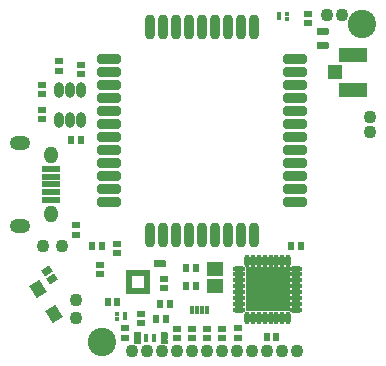
<source format=gts>
G04 Layer_Color=8388736*
%FSLAX44Y44*%
%MOMM*%
G71*
G01*
G75*
%ADD74R,0.8032X0.6032*%
G04:AMPARAMS|DCode=75|XSize=0.6032mm|YSize=0.8032mm|CornerRadius=0mm|HoleSize=0mm|Usage=FLASHONLY|Rotation=302.000|XOffset=0mm|YOffset=0mm|HoleType=Round|Shape=Rectangle|*
%AMROTATEDRECTD75*
4,1,4,-0.5004,0.0430,0.1807,0.4686,0.5004,-0.0430,-0.1807,-0.4686,-0.5004,0.0430,0.0*
%
%ADD75ROTATEDRECTD75*%

G04:AMPARAMS|DCode=76|XSize=1.2032mm|YSize=1.0032mm|CornerRadius=0mm|HoleSize=0mm|Usage=FLASHONLY|Rotation=302.000|XOffset=0mm|YOffset=0mm|HoleType=Round|Shape=Rectangle|*
%AMROTATEDRECTD76*
4,1,4,-0.7442,0.2444,0.1066,0.7760,0.7442,-0.2444,-0.1066,-0.7760,-0.7442,0.2444,0.0*
%
%ADD76ROTATEDRECTD76*%

%ADD77R,0.6032X0.8032*%
%ADD78R,0.5032X0.5282*%
%ADD79R,0.5282X0.5032*%
%ADD80R,0.4532X0.7032*%
%ADD81R,0.4532X0.4032*%
%ADD82R,2.4032X1.2532*%
%ADD83R,1.2532X1.2032*%
G04:AMPARAMS|DCode=84|XSize=2.0032mm|YSize=0.8032mm|CornerRadius=0.2516mm|HoleSize=0mm|Usage=FLASHONLY|Rotation=180.000|XOffset=0mm|YOffset=0mm|HoleType=Round|Shape=RoundedRectangle|*
%AMROUNDEDRECTD84*
21,1,2.0032,0.3000,0,0,180.0*
21,1,1.5000,0.8032,0,0,180.0*
1,1,0.5032,-0.7500,0.1500*
1,1,0.5032,0.7500,0.1500*
1,1,0.5032,0.7500,-0.1500*
1,1,0.5032,-0.7500,-0.1500*
%
%ADD84ROUNDEDRECTD84*%
G04:AMPARAMS|DCode=85|XSize=2.0032mm|YSize=0.8032mm|CornerRadius=0.2516mm|HoleSize=0mm|Usage=FLASHONLY|Rotation=90.000|XOffset=0mm|YOffset=0mm|HoleType=Round|Shape=RoundedRectangle|*
%AMROUNDEDRECTD85*
21,1,2.0032,0.3000,0,0,90.0*
21,1,1.5000,0.8032,0,0,90.0*
1,1,0.5032,0.1500,0.7500*
1,1,0.5032,0.1500,-0.7500*
1,1,0.5032,-0.1500,-0.7500*
1,1,0.5032,-0.1500,0.7500*
%
%ADD85ROUNDEDRECTD85*%
%ADD86R,1.4532X1.2032*%
%ADD87C,0.4232*%
%ADD88O,1.0532X0.4532*%
%ADD89O,0.4532X1.0532*%
%ADD90R,3.7032X3.7032*%
%ADD91R,1.5532X0.6032*%
%ADD92O,0.8032X1.3032*%
%ADD93C,1.1032*%
%ADD94C,2.4032*%
%ADD95O,1.7532X1.2032*%
%ADD96O,1.1532X1.4532*%
G36*
X47233Y23929D02*
X47364Y23903D01*
X47490Y23860D01*
X47609Y23801D01*
X47720Y23727D01*
X47820Y23639D01*
X47908Y23539D01*
X47982Y23428D01*
X48041Y23309D01*
X48084Y23183D01*
X48109Y23052D01*
X48118Y22919D01*
Y20919D01*
X48109Y20786D01*
X48084Y20656D01*
X48041Y20530D01*
X47982Y20410D01*
X47908Y20300D01*
X47820Y20199D01*
X47468Y19848D01*
X47490Y19841D01*
X47609Y19782D01*
X47720Y19708D01*
X47820Y19620D01*
X47908Y19520D01*
X47982Y19409D01*
X48041Y19290D01*
X48084Y19164D01*
X48109Y19033D01*
X48118Y18900D01*
Y14900D01*
X48109Y14767D01*
X48084Y14636D01*
X48041Y14510D01*
X47982Y14391D01*
X47908Y14280D01*
X47820Y14180D01*
X47720Y14092D01*
X47609Y14018D01*
X47490Y13959D01*
X47364Y13916D01*
X47233Y13891D01*
X47100Y13882D01*
X43100D01*
X42967Y13891D01*
X42836Y13916D01*
X42710Y13959D01*
X42591Y14018D01*
X42480Y14092D01*
X42380Y14180D01*
X42292Y14280D01*
X42218Y14391D01*
X42159Y14510D01*
X42116Y14636D01*
X42091Y14767D01*
X42082Y14900D01*
Y18900D01*
X42091Y19033D01*
X42116Y19164D01*
X42159Y19290D01*
X42218Y19409D01*
X42292Y19520D01*
X42380Y19620D01*
X42480Y19708D01*
X42591Y19782D01*
X42710Y19841D01*
X42732Y19848D01*
X42380Y20199D01*
X42292Y20300D01*
X42218Y20410D01*
X42159Y20530D01*
X42116Y20656D01*
X42091Y20786D01*
X42082Y20919D01*
Y22919D01*
X42091Y23052D01*
X42116Y23183D01*
X42159Y23309D01*
X42218Y23428D01*
X42292Y23539D01*
X42380Y23639D01*
X42480Y23727D01*
X42591Y23801D01*
X42710Y23860D01*
X42836Y23903D01*
X42967Y23929D01*
X43100Y23938D01*
X47100D01*
X47233Y23929D01*
D02*
G37*
G36*
X69733Y23809D02*
X69864Y23784D01*
X69990Y23741D01*
X70109Y23682D01*
X70220Y23608D01*
X70320Y23520D01*
X70408Y23420D01*
X70482Y23309D01*
X70541Y23190D01*
X70584Y23063D01*
X70609Y22933D01*
X70618Y22800D01*
Y18800D01*
X70609Y18667D01*
X70584Y18536D01*
X70541Y18410D01*
X70482Y18291D01*
X70408Y18180D01*
X70320Y18080D01*
X70220Y17992D01*
X70109Y17918D01*
X69990Y17859D01*
X69968Y17852D01*
X70320Y17501D01*
X70408Y17400D01*
X70482Y17290D01*
X70541Y17170D01*
X70584Y17044D01*
X70609Y16913D01*
X70618Y16781D01*
Y14781D01*
X70609Y14648D01*
X70584Y14517D01*
X70541Y14391D01*
X70482Y14272D01*
X70408Y14161D01*
X70320Y14061D01*
X70220Y13973D01*
X70109Y13899D01*
X69990Y13840D01*
X69864Y13797D01*
X69733Y13771D01*
X69600Y13762D01*
X65600D01*
X65467Y13771D01*
X65336Y13797D01*
X65210Y13840D01*
X65091Y13899D01*
X64980Y13973D01*
X64880Y14061D01*
X64792Y14161D01*
X64718Y14272D01*
X64659Y14391D01*
X64616Y14517D01*
X64591Y14648D01*
X64582Y14781D01*
Y16781D01*
X64591Y16913D01*
X64616Y17044D01*
X64659Y17170D01*
X64718Y17290D01*
X64792Y17400D01*
X64880Y17501D01*
X65232Y17852D01*
X65210Y17859D01*
X65091Y17918D01*
X64980Y17992D01*
X64880Y18080D01*
X64792Y18180D01*
X64718Y18291D01*
X64659Y18410D01*
X64616Y18536D01*
X64591Y18667D01*
X64582Y18800D01*
Y22800D01*
X64591Y22933D01*
X64616Y23063D01*
X64659Y23190D01*
X64718Y23309D01*
X64792Y23420D01*
X64880Y23520D01*
X64980Y23608D01*
X65091Y23682D01*
X65210Y23741D01*
X65336Y23784D01*
X65467Y23809D01*
X65600Y23818D01*
X69600D01*
X69733Y23809D01*
D02*
G37*
G36*
X68123Y84679D02*
X68254Y84654D01*
X68380Y84611D01*
X68499Y84552D01*
X68610Y84478D01*
X68710Y84390D01*
X68798Y84290D01*
X68872Y84179D01*
X68931Y84060D01*
X68973Y83933D01*
X69000Y83803D01*
X69008Y83670D01*
Y79670D01*
X69000Y79537D01*
X68973Y79406D01*
X68931Y79280D01*
X68872Y79161D01*
X68798Y79050D01*
X68710Y78950D01*
X68610Y78862D01*
X68499Y78788D01*
X68380Y78729D01*
X68254Y78686D01*
X68123Y78660D01*
X67990Y78652D01*
X63990D01*
X63857Y78660D01*
X63727Y78686D01*
X63600Y78729D01*
X63481Y78788D01*
X63370Y78862D01*
X63270Y78950D01*
X63182Y79050D01*
X63108Y79161D01*
X63049Y79280D01*
X63042Y79302D01*
X62691Y78950D01*
X62590Y78862D01*
X62480Y78788D01*
X62360Y78729D01*
X62234Y78686D01*
X62104Y78660D01*
X61971Y78652D01*
X59971D01*
X59838Y78660D01*
X59707Y78686D01*
X59581Y78729D01*
X59461Y78788D01*
X59351Y78862D01*
X59251Y78950D01*
X59163Y79050D01*
X59089Y79161D01*
X59030Y79280D01*
X58987Y79406D01*
X58961Y79537D01*
X58952Y79670D01*
Y83670D01*
X58961Y83803D01*
X58987Y83933D01*
X59030Y84060D01*
X59089Y84179D01*
X59163Y84290D01*
X59251Y84390D01*
X59351Y84478D01*
X59461Y84552D01*
X59581Y84611D01*
X59707Y84654D01*
X59838Y84679D01*
X59971Y84688D01*
X61971D01*
X62104Y84679D01*
X62234Y84654D01*
X62360Y84611D01*
X62480Y84552D01*
X62590Y84478D01*
X62691Y84390D01*
X63042Y84038D01*
X63049Y84060D01*
X63108Y84179D01*
X63182Y84290D01*
X63270Y84390D01*
X63370Y84478D01*
X63481Y84552D01*
X63600Y84611D01*
X63727Y84654D01*
X63857Y84679D01*
X63990Y84688D01*
X67990D01*
X68123Y84679D01*
D02*
G37*
G36*
X205833Y281509D02*
X205963Y281483D01*
X206090Y281441D01*
X206209Y281382D01*
X206320Y281308D01*
X206420Y281220D01*
X206508Y281120D01*
X206582Y281009D01*
X206641Y280890D01*
X206684Y280763D01*
X206709Y280633D01*
X206718Y280500D01*
Y276500D01*
X206709Y276367D01*
X206684Y276236D01*
X206641Y276110D01*
X206582Y275991D01*
X206508Y275880D01*
X206420Y275780D01*
X206320Y275692D01*
X206209Y275618D01*
X206090Y275559D01*
X205963Y275516D01*
X205833Y275490D01*
X205700Y275482D01*
X201700D01*
X201567Y275490D01*
X201437Y275516D01*
X201310Y275559D01*
X201191Y275618D01*
X201080Y275692D01*
X200980Y275780D01*
X200892Y275880D01*
X200818Y275991D01*
X200759Y276110D01*
X200752Y276132D01*
X200401Y275780D01*
X200300Y275692D01*
X200190Y275618D01*
X200070Y275559D01*
X199944Y275516D01*
X199813Y275490D01*
X199681Y275482D01*
X197681D01*
X197548Y275490D01*
X197417Y275516D01*
X197291Y275559D01*
X197171Y275618D01*
X197061Y275692D01*
X196961Y275780D01*
X196873Y275880D01*
X196799Y275991D01*
X196740Y276110D01*
X196697Y276236D01*
X196671Y276367D01*
X196662Y276500D01*
Y280500D01*
X196671Y280633D01*
X196697Y280763D01*
X196740Y280890D01*
X196799Y281009D01*
X196873Y281120D01*
X196961Y281220D01*
X197061Y281308D01*
X197171Y281382D01*
X197291Y281441D01*
X197417Y281483D01*
X197548Y281509D01*
X197681Y281518D01*
X199681D01*
X199813Y281509D01*
X199944Y281483D01*
X200070Y281441D01*
X200190Y281382D01*
X200300Y281308D01*
X200401Y281220D01*
X200752Y280868D01*
X200759Y280890D01*
X200818Y281009D01*
X200892Y281120D01*
X200980Y281220D01*
X201080Y281308D01*
X201191Y281382D01*
X201310Y281441D01*
X201437Y281483D01*
X201567Y281509D01*
X201700Y281518D01*
X205700D01*
X205833Y281509D01*
D02*
G37*
G36*
Y269410D02*
X205963Y269384D01*
X206090Y269341D01*
X206209Y269282D01*
X206320Y269208D01*
X206420Y269120D01*
X206508Y269020D01*
X206582Y268909D01*
X206641Y268790D01*
X206684Y268664D01*
X206709Y268533D01*
X206718Y268400D01*
Y264400D01*
X206709Y264267D01*
X206684Y264137D01*
X206641Y264010D01*
X206582Y263891D01*
X206508Y263780D01*
X206420Y263680D01*
X206320Y263592D01*
X206209Y263518D01*
X206090Y263459D01*
X205963Y263417D01*
X205833Y263391D01*
X205700Y263382D01*
X201700D01*
X201567Y263391D01*
X201437Y263417D01*
X201310Y263459D01*
X201191Y263518D01*
X201080Y263592D01*
X200980Y263680D01*
X200892Y263780D01*
X200818Y263891D01*
X200759Y264010D01*
X200752Y264032D01*
X200401Y263680D01*
X200300Y263592D01*
X200190Y263518D01*
X200070Y263459D01*
X199944Y263417D01*
X199813Y263391D01*
X199681Y263382D01*
X197681D01*
X197548Y263391D01*
X197417Y263417D01*
X197291Y263459D01*
X197171Y263518D01*
X197061Y263592D01*
X196961Y263680D01*
X196873Y263780D01*
X196799Y263891D01*
X196740Y264010D01*
X196697Y264137D01*
X196671Y264267D01*
X196662Y264400D01*
Y268400D01*
X196671Y268533D01*
X196697Y268664D01*
X196740Y268790D01*
X196799Y268909D01*
X196873Y269020D01*
X196961Y269120D01*
X197061Y269208D01*
X197171Y269282D01*
X197291Y269341D01*
X197417Y269384D01*
X197548Y269410D01*
X197681Y269418D01*
X199681D01*
X199813Y269410D01*
X199944Y269384D01*
X200070Y269341D01*
X200190Y269282D01*
X200300Y269208D01*
X200401Y269120D01*
X200752Y268768D01*
X200759Y268790D01*
X200818Y268909D01*
X200892Y269020D01*
X200980Y269120D01*
X201080Y269208D01*
X201191Y269282D01*
X201310Y269341D01*
X201437Y269384D01*
X201567Y269410D01*
X201700Y269418D01*
X205700D01*
X205833Y269410D01*
D02*
G37*
D74*
X13000Y80700D02*
D03*
Y72700D02*
D03*
X34200Y18900D02*
D03*
Y26900D02*
D03*
X-7300Y114200D02*
D03*
Y106200D02*
D03*
X67000Y61000D02*
D03*
Y69000D02*
D03*
X103510Y26600D02*
D03*
Y18600D02*
D03*
X90810Y26600D02*
D03*
Y18600D02*
D03*
X78150Y26600D02*
D03*
Y18600D02*
D03*
X189700Y293300D02*
D03*
Y285300D02*
D03*
X48000Y31200D02*
D03*
Y39200D02*
D03*
X116100Y26600D02*
D03*
Y18600D02*
D03*
X-35700Y204240D02*
D03*
Y212240D02*
D03*
X-2600Y250040D02*
D03*
Y242040D02*
D03*
X-35800Y225240D02*
D03*
Y233240D02*
D03*
X-21600Y245140D02*
D03*
Y253140D02*
D03*
X27900Y90600D02*
D03*
Y98600D02*
D03*
X129800Y18900D02*
D03*
Y26900D02*
D03*
D75*
X-31820Y75792D02*
D03*
X-27580Y69008D02*
D03*
D76*
X-26100Y39500D02*
D03*
X-39348Y60701D02*
D03*
D77*
X154500Y19400D02*
D03*
X162500D02*
D03*
X183310Y96710D02*
D03*
X175310D02*
D03*
X86370Y77680D02*
D03*
X94370D02*
D03*
X86420Y62590D02*
D03*
X94420D02*
D03*
X19800Y49200D02*
D03*
X27800D02*
D03*
X64300Y47900D02*
D03*
X72300D02*
D03*
X-3100Y186800D02*
D03*
X-11100D02*
D03*
X6500Y96800D02*
D03*
X14500D02*
D03*
X68700Y34900D02*
D03*
X60700D02*
D03*
D78*
X43205Y73905D02*
D03*
X48205D02*
D03*
Y58655D02*
D03*
X43205D02*
D03*
D79*
X53330Y73780D02*
D03*
Y68780D02*
D03*
Y63780D02*
D03*
Y58780D02*
D03*
X38080D02*
D03*
Y63780D02*
D03*
Y68780D02*
D03*
Y73780D02*
D03*
D80*
X165000Y291200D02*
D03*
X34200Y37300D02*
D03*
X52500Y18900D02*
D03*
D81*
X171500Y289200D02*
D03*
Y293200D02*
D03*
X27700Y35300D02*
D03*
Y39300D02*
D03*
X59000Y20900D02*
D03*
Y16900D02*
D03*
D82*
X227650Y258550D02*
D03*
Y229050D02*
D03*
D83*
X212400Y243800D02*
D03*
D84*
X21000Y254800D02*
D03*
Y243800D02*
D03*
Y232800D02*
D03*
Y221800D02*
D03*
Y210800D02*
D03*
Y199800D02*
D03*
Y188800D02*
D03*
Y177800D02*
D03*
Y166800D02*
D03*
Y155800D02*
D03*
Y144800D02*
D03*
Y133800D02*
D03*
X178000D02*
D03*
Y144800D02*
D03*
Y155800D02*
D03*
Y166800D02*
D03*
Y177800D02*
D03*
Y188800D02*
D03*
Y199800D02*
D03*
Y210800D02*
D03*
Y221800D02*
D03*
Y232800D02*
D03*
Y243800D02*
D03*
Y254800D02*
D03*
D85*
X55500Y106300D02*
D03*
X66500D02*
D03*
X77500D02*
D03*
X88500D02*
D03*
X99500D02*
D03*
X110500D02*
D03*
X121500D02*
D03*
X132500D02*
D03*
X143500D02*
D03*
Y282300D02*
D03*
X132500D02*
D03*
X121500D02*
D03*
X110500D02*
D03*
X99500D02*
D03*
X88500D02*
D03*
X77500D02*
D03*
X66500D02*
D03*
X55500D02*
D03*
D86*
X110990Y62540D02*
D03*
Y77540D02*
D03*
D87*
X91500Y40500D02*
D03*
Y44500D02*
D03*
X95500Y40500D02*
D03*
Y44500D02*
D03*
X99500Y40500D02*
D03*
Y44500D02*
D03*
X103500Y40500D02*
D03*
Y44500D02*
D03*
D88*
X131100Y77600D02*
D03*
Y72600D02*
D03*
Y67600D02*
D03*
Y62600D02*
D03*
Y57600D02*
D03*
Y52600D02*
D03*
Y47600D02*
D03*
Y42600D02*
D03*
X179100D02*
D03*
Y47600D02*
D03*
Y52600D02*
D03*
Y57600D02*
D03*
Y62600D02*
D03*
Y67600D02*
D03*
Y72600D02*
D03*
Y77600D02*
D03*
D89*
X137600Y36100D02*
D03*
X142600D02*
D03*
X147600D02*
D03*
X152600D02*
D03*
X157600D02*
D03*
X162600D02*
D03*
X167600D02*
D03*
X172600D02*
D03*
Y84100D02*
D03*
X167600D02*
D03*
X162600D02*
D03*
X157600D02*
D03*
X152600D02*
D03*
X147600D02*
D03*
X142600D02*
D03*
X137600D02*
D03*
D90*
X155100Y60100D02*
D03*
D91*
X-27900Y135800D02*
D03*
Y142300D02*
D03*
Y148800D02*
D03*
Y155300D02*
D03*
Y161800D02*
D03*
D92*
X-2500Y229040D02*
D03*
X-12000D02*
D03*
X-21500D02*
D03*
X-2500Y203040D02*
D03*
X-12000D02*
D03*
X-21500D02*
D03*
D93*
X-6700Y35500D02*
D03*
Y50900D02*
D03*
X40000Y8000D02*
D03*
X179700D02*
D03*
X167000D02*
D03*
X154300D02*
D03*
X116200D02*
D03*
X217700Y292000D02*
D03*
X242000Y206000D02*
D03*
X141600Y8000D02*
D03*
X205000Y292000D02*
D03*
X242000Y193300D02*
D03*
X128900Y8000D02*
D03*
X103500D02*
D03*
X90800D02*
D03*
X78100D02*
D03*
X52700D02*
D03*
X65400D02*
D03*
X-18800Y96700D02*
D03*
X-35300D02*
D03*
D94*
X235000Y285000D02*
D03*
X15000Y15000D02*
D03*
D95*
X-54900Y113800D02*
D03*
Y183800D02*
D03*
D96*
X-27900Y123800D02*
D03*
Y173800D02*
D03*
M02*

</source>
